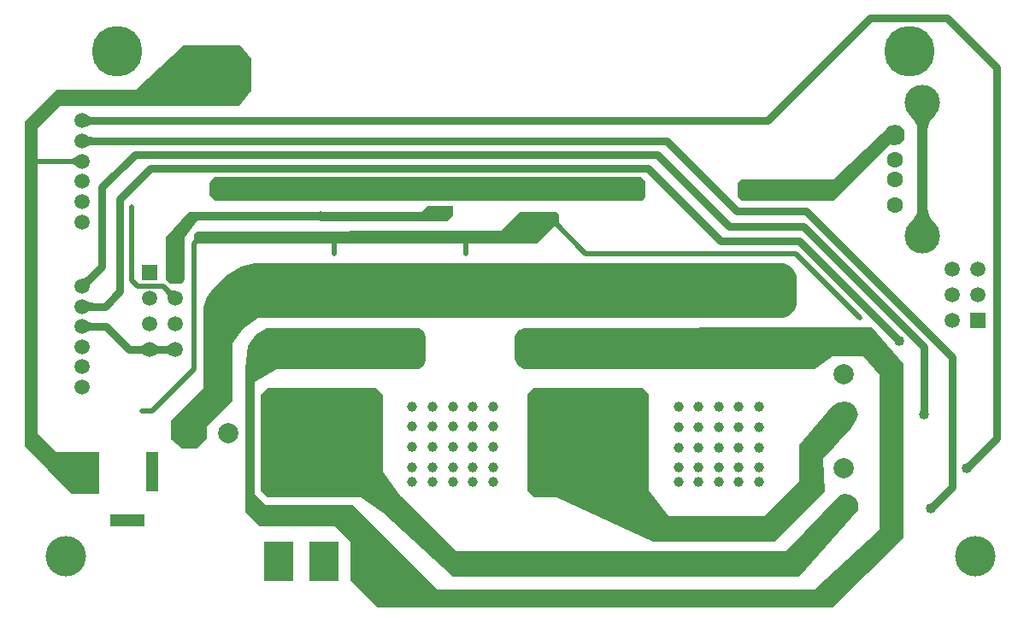
<source format=gbl>
G04 Layer_Physical_Order=2*
G04 Layer_Color=16711680*
%FSLAX25Y25*%
%MOIN*%
G70*
G01*
G75*
%ADD28C,0.02000*%
%ADD29C,0.03000*%
%ADD32C,0.03937*%
%ADD33C,0.13780*%
%ADD34C,0.06299*%
%ADD35C,0.07874*%
%ADD36R,0.04724X0.15354*%
%ADD37R,0.13780X0.04724*%
%ADD38C,0.05906*%
%ADD39R,0.05906X0.05906*%
%ADD40R,0.11811X0.15748*%
%ADD41C,0.15748*%
%ADD42C,0.19685*%
%ADD43C,0.02000*%
%ADD44C,0.02500*%
%ADD45C,0.04000*%
%ADD46C,0.04000*%
G36*
X-142395Y-13100D02*
X-142251Y-13196D01*
X-142085Y-13281D01*
X-141897Y-13355D01*
X-141688Y-13417D01*
X-141456Y-13468D01*
X-141203Y-13508D01*
X-140927Y-13536D01*
X-140311Y-13559D01*
Y-16559D01*
X-140630Y-16565D01*
X-141203Y-16610D01*
X-141456Y-16650D01*
X-141688Y-16701D01*
X-141897Y-16763D01*
X-142085Y-16837D01*
X-142251Y-16922D01*
X-142395Y-17018D01*
X-142517Y-17126D01*
Y-12992D01*
X-142395Y-13100D01*
D02*
G37*
G36*
X-146735Y-17126D02*
X-146857Y-17018D01*
X-147001Y-16922D01*
X-147167Y-16837D01*
X-147354Y-16763D01*
X-147564Y-16701D01*
X-147796Y-16650D01*
X-148049Y-16610D01*
X-148325Y-16582D01*
X-148941Y-16559D01*
Y-13559D01*
X-148622Y-13553D01*
X-148049Y-13508D01*
X-147796Y-13468D01*
X-147564Y-13417D01*
X-147354Y-13355D01*
X-147167Y-13281D01*
X-147001Y-13196D01*
X-146857Y-13100D01*
X-146735Y-12992D01*
Y-17126D01*
D02*
G37*
G36*
X-136735D02*
X-136857Y-17018D01*
X-137001Y-16922D01*
X-137167Y-16837D01*
X-137354Y-16763D01*
X-137564Y-16701D01*
X-137796Y-16650D01*
X-138049Y-16610D01*
X-138324Y-16582D01*
X-138941Y-16559D01*
Y-13559D01*
X-138622Y-13553D01*
X-138049Y-13508D01*
X-137796Y-13468D01*
X-137564Y-13417D01*
X-137354Y-13355D01*
X-137167Y-13281D01*
X-137001Y-13196D01*
X-136857Y-13100D01*
X-136735Y-12992D01*
Y-17126D01*
D02*
G37*
G36*
X-168769Y3833D02*
X-168625Y3737D01*
X-168459Y3652D01*
X-168272Y3578D01*
X-168062Y3516D01*
X-167830Y3465D01*
X-167577Y3425D01*
X-167301Y3397D01*
X-166685Y3374D01*
Y374D01*
X-167004Y368D01*
X-167577Y323D01*
X-167830Y283D01*
X-168062Y232D01*
X-168272Y170D01*
X-168459Y96D01*
X-168625Y11D01*
X-168769Y-85D01*
X-168891Y-193D01*
Y3941D01*
X-168769Y3833D01*
D02*
G37*
G36*
Y-4041D02*
X-168625Y-4137D01*
X-168459Y-4222D01*
X-168272Y-4296D01*
X-168062Y-4358D01*
X-167830Y-4409D01*
X-167577Y-4449D01*
X-167301Y-4477D01*
X-166685Y-4500D01*
Y-7500D01*
X-167004Y-7506D01*
X-167577Y-7551D01*
X-167830Y-7591D01*
X-168062Y-7642D01*
X-168272Y-7704D01*
X-168459Y-7778D01*
X-168625Y-7863D01*
X-168769Y-7959D01*
X-168891Y-8067D01*
Y-3933D01*
X-168769Y-4041D01*
D02*
G37*
G36*
X-53750Y-32500D02*
X-53750Y-62500D01*
X-46875Y-71875D01*
X-25000Y-93750D01*
X103750D01*
X124500Y-71500D01*
X126250Y-71250D01*
X128250Y-71500D01*
X130500Y-73000D01*
X131750Y-75000D01*
Y-76500D01*
Y-77750D01*
X108750Y-103750D01*
X-26250D01*
X-53750Y-78750D01*
X-62500Y-72500D01*
X-98750D01*
X-101250Y-70000D01*
Y-32500D01*
X-98750Y-30000D01*
X-56250D01*
X-53750Y-32500D01*
D02*
G37*
G36*
X149250Y-20500D02*
Y-88750D01*
X121750Y-115500D01*
X-55750D01*
X-63750Y-107500D01*
X-66250Y-105000D01*
Y-90000D01*
X-72250Y-84000D01*
X-101750D01*
X-107500Y-78250D01*
Y-22250D01*
X-106250Y-13750D01*
X-103250Y-9250D01*
X-99125Y-6625D01*
X-39750D01*
X-37750Y-8000D01*
X-37000Y-10000D01*
Y-19250D01*
X-37750Y-21250D01*
X-39750Y-22500D01*
X-95000D01*
X-103750Y-27500D01*
Y-71250D01*
X-99250Y-75750D01*
X-65250D01*
X-51000Y-90000D01*
X-32250Y-108750D01*
X114500D01*
X140000Y-85250D01*
Y-25000D01*
X133750Y-17500D01*
X121500D01*
X114500Y-22500D01*
X1250D01*
X-1000Y-21250D01*
X-2500Y-18750D01*
X-2500Y-10000D01*
X-1000Y-7750D01*
X1250Y-6750D01*
X137132Y-6335D01*
X149250Y-20500D01*
D02*
G37*
G36*
X50000Y-32500D02*
Y-70000D01*
X57500Y-79875D01*
X95125D01*
X108750Y-66250D01*
Y-52250D01*
X115906Y-43656D01*
X121781Y-37031D01*
X124000Y-35563D01*
X126250Y-35250D01*
X128437Y-35563D01*
X130000Y-36750D01*
X131125Y-38250D01*
X131500Y-40250D01*
X130844Y-42406D01*
X128970Y-45473D01*
X126613Y-48113D01*
X122250Y-53000D01*
X118116Y-57630D01*
X118500Y-70500D01*
X99000Y-90000D01*
X51500D01*
X14000Y-72500D01*
X5000D01*
X2500Y-70000D01*
Y-32500D01*
X5000Y-30000D01*
X47500D01*
X50000Y-32500D01*
D02*
G37*
G36*
X104611Y17861D02*
X106236Y16236D01*
X107500Y13750D01*
Y2500D01*
X106875Y625D01*
X105750Y-1000D01*
X104250Y-2000D01*
X102500Y-2500D01*
X-102500D01*
X-108500Y-7000D01*
X-112500Y-12500D01*
Y-35000D01*
X-122500Y-45000D01*
Y-50000D01*
X-126250Y-53750D01*
X-132000D01*
X-136000Y-50250D01*
X-136250Y-50000D01*
Y-42500D01*
X-123750Y-30000D01*
Y1250D01*
X-122500Y5250D01*
X-120000Y8750D01*
X-115000Y13750D01*
X-108875Y17375D01*
X-103750Y18625D01*
X102500D01*
X104611Y17861D01*
D02*
G37*
G36*
X-105000Y98500D02*
Y86000D01*
X-109750Y80000D01*
X-179750D01*
X-188500Y71250D01*
Y-47500D01*
X-181000Y-55000D01*
X-164250D01*
Y-71250D01*
X-175250D01*
X-193500Y-52500D01*
Y74000D01*
X-181000Y86500D01*
X-150000D01*
X-131250Y103750D01*
X-109250D01*
X-105000Y98500D01*
D02*
G37*
G36*
X-136934Y8678D02*
X-136721Y8511D01*
X-136498Y8363D01*
X-136266Y8236D01*
X-136023Y8129D01*
X-135769Y8042D01*
X-135506Y7975D01*
X-135233Y7928D01*
X-134949Y7901D01*
X-134655Y7894D01*
X-137579Y4970D01*
X-137586Y5264D01*
X-137613Y5548D01*
X-137660Y5821D01*
X-137727Y6084D01*
X-137814Y6338D01*
X-137921Y6581D01*
X-138049Y6813D01*
X-138196Y7036D01*
X-138363Y7249D01*
X-138550Y7451D01*
X-137136Y8865D01*
X-136934Y8678D01*
D02*
G37*
G36*
X-168769Y68333D02*
X-168625Y68237D01*
X-168459Y68152D01*
X-168272Y68078D01*
X-168062Y68016D01*
X-167830Y67965D01*
X-167577Y67925D01*
X-167301Y67897D01*
X-166685Y67874D01*
Y64874D01*
X-167004Y64868D01*
X-167577Y64823D01*
X-167830Y64783D01*
X-168062Y64732D01*
X-168272Y64670D01*
X-168459Y64596D01*
X-168625Y64511D01*
X-168769Y64415D01*
X-168891Y64307D01*
Y68441D01*
X-168769Y68333D01*
D02*
G37*
G36*
X-173109Y56433D02*
X-173321Y56636D01*
X-173541Y56817D01*
X-173768Y56977D01*
X-174001Y57116D01*
X-174242Y57233D01*
X-174489Y57329D01*
X-174744Y57404D01*
X-175006Y57457D01*
X-175274Y57489D01*
X-175550Y57500D01*
Y59500D01*
X-175274Y59511D01*
X-175006Y59543D01*
X-174744Y59596D01*
X-174489Y59671D01*
X-174242Y59767D01*
X-174001Y59884D01*
X-173768Y60023D01*
X-173541Y60183D01*
X-173321Y60364D01*
X-173109Y60567D01*
Y56433D01*
D02*
G37*
G36*
X147500Y72500D02*
X148750Y71750D01*
X149500Y70500D01*
X149750Y68750D01*
X149500Y67000D01*
X148750Y65750D01*
X147500Y65000D01*
X145750Y64750D01*
X144000Y65000D01*
X122000Y43000D01*
X86250D01*
X84750Y44500D01*
Y50000D01*
X86250Y51500D01*
X122000D01*
X140750Y69000D01*
X142250Y70500D01*
X143000Y71750D01*
X144250Y72500D01*
X146000Y72750D01*
X147500Y72500D01*
D02*
G37*
G36*
X-168769Y76207D02*
X-168625Y76111D01*
X-168459Y76026D01*
X-168272Y75952D01*
X-168062Y75890D01*
X-167830Y75839D01*
X-167577Y75799D01*
X-167301Y75771D01*
X-166685Y75748D01*
Y72748D01*
X-167004Y72742D01*
X-167577Y72697D01*
X-167830Y72657D01*
X-168062Y72606D01*
X-168272Y72544D01*
X-168459Y72470D01*
X-168625Y72385D01*
X-168769Y72289D01*
X-168891Y72181D01*
Y76315D01*
X-168769Y76207D01*
D02*
G37*
G36*
X161037Y75774D02*
X160557Y75212D01*
X160133Y74645D01*
X159766Y74072D01*
X159456Y73495D01*
X159202Y72911D01*
X159004Y72322D01*
X158863Y71728D01*
X158778Y71128D01*
X158750Y70523D01*
X154750D01*
X154722Y71128D01*
X154637Y71728D01*
X154496Y72322D01*
X154298Y72911D01*
X154044Y73495D01*
X153734Y74072D01*
X153367Y74645D01*
X152943Y75212D01*
X152463Y75774D01*
X151927Y76330D01*
X161573D01*
X161037Y75774D01*
D02*
G37*
G36*
X15000Y37750D02*
Y35000D01*
X6250Y26250D01*
X-126250D01*
X-127000Y26750D01*
X-127500Y27500D01*
Y29750D01*
X-127000Y30500D01*
X-126250Y31000D01*
X-7750Y31250D01*
X-250Y38750D01*
X14000D01*
X15000Y37750D01*
D02*
G37*
G36*
X-166888Y11739D02*
X-167110Y11509D01*
X-167483Y11072D01*
X-167634Y10864D01*
X-167762Y10665D01*
X-167866Y10472D01*
X-167946Y10287D01*
X-168004Y10110D01*
X-168037Y9940D01*
X-168047Y9778D01*
X-170970Y12701D01*
X-170808Y12711D01*
X-170638Y12744D01*
X-170461Y12802D01*
X-170276Y12882D01*
X-170083Y12987D01*
X-169884Y13114D01*
X-169676Y13265D01*
X-169461Y13440D01*
X-169009Y13860D01*
X-166888Y11739D01*
D02*
G37*
G36*
X158778Y39600D02*
X158863Y39000D01*
X159004Y38406D01*
X159202Y37817D01*
X159456Y37234D01*
X159766Y36656D01*
X160133Y36083D01*
X160557Y35516D01*
X161037Y34955D01*
X161573Y34399D01*
X151927D01*
X152463Y34955D01*
X152943Y35516D01*
X153367Y36083D01*
X153734Y36656D01*
X154044Y37234D01*
X154298Y37817D01*
X154496Y38406D01*
X154637Y39000D01*
X154722Y39600D01*
X154750Y40205D01*
X158750D01*
X158778Y39600D01*
D02*
G37*
G36*
X48000Y51500D02*
X48750Y50250D01*
Y44750D01*
X48250Y43750D01*
X47250Y43000D01*
X-119000D01*
X-120500Y44000D01*
X-121500Y45500D01*
Y49750D01*
X-120500Y51250D01*
X-119000Y52250D01*
X46750D01*
X48000Y51500D01*
D02*
G37*
G36*
X-26250Y37500D02*
X-28750Y35000D01*
X-126125Y35375D01*
X-131000Y28750D01*
Y12500D01*
X-131250Y11250D01*
X-132375Y10625D01*
X-136625D01*
X-137750Y11250D01*
X-138250Y12500D01*
Y28750D01*
X-129500Y38750D01*
X-38750D01*
X-36500Y41000D01*
X-26250D01*
Y37500D01*
D02*
G37*
D28*
X12500Y35250D02*
X25250Y22500D01*
X31750D01*
X-151750Y12000D02*
Y40750D01*
Y12000D02*
X-149500Y9750D01*
X-139435D01*
X-134626Y4941D01*
X-72750Y22500D02*
Y28750D01*
X-21500Y22500D02*
Y28750D01*
X107250Y22500D02*
X132250Y-2500D01*
X-191000Y58500D02*
X-171000D01*
X82250Y22500D02*
X107250D01*
X31750D02*
X82250D01*
X-127250Y26500D02*
X-126000Y27750D01*
X-127250Y-22500D02*
Y26500D01*
X-147750Y-39000D02*
X-143750D01*
X-127250Y-22500D01*
D29*
X-144626Y-15059D02*
X-134626D01*
X-171000Y-6000D02*
X-161750D01*
X-152691Y-15059D01*
X-144626D01*
X-171000Y74248D02*
X96248D01*
X136250Y114250D01*
X166250D01*
X185500Y95000D01*
Y-49750D02*
Y95000D01*
X174000Y-61250D02*
X185500Y-49750D01*
X84250Y39000D02*
X111250D01*
X56876Y66374D02*
X84250Y39000D01*
X-171000Y66374D02*
X56876D01*
X-171000Y1874D02*
X-162126D01*
X-156250Y7750D01*
Y43750D01*
X-144250Y55750D01*
X49750D01*
X78000Y27500D01*
X108500D01*
X147750Y-11750D01*
X-171000Y9748D02*
X-163250Y17498D01*
Y48250D01*
X-150500Y61000D01*
X53250D01*
X81250Y33000D01*
X159949Y-76801D02*
X168250Y-68500D01*
X111250Y39000D02*
X168250Y-18000D01*
Y-68500D02*
Y-18000D01*
X81250Y33000D02*
X110250D01*
X157301Y-40301D02*
Y-14051D01*
X110250Y33000D02*
X157301Y-14051D01*
D32*
X10752Y-66707D02*
D03*
X18626D02*
D03*
X26500D02*
D03*
X34374D02*
D03*
X42248D02*
D03*
X10752Y-37376D02*
D03*
X18626D02*
D03*
X26500D02*
D03*
X34374D02*
D03*
X42248D02*
D03*
Y-45250D02*
D03*
X34374D02*
D03*
X26500D02*
D03*
X18626D02*
D03*
X10752D02*
D03*
X42248Y-53124D02*
D03*
X34374D02*
D03*
X26500D02*
D03*
X18626D02*
D03*
X10752D02*
D03*
X42248Y-60998D02*
D03*
X34374D02*
D03*
X26500D02*
D03*
X18626D02*
D03*
X10752D02*
D03*
X61502Y-66707D02*
D03*
X69376D02*
D03*
X77250D02*
D03*
X85124D02*
D03*
X92998D02*
D03*
X61502Y-37376D02*
D03*
X69376D02*
D03*
X77250D02*
D03*
X85124D02*
D03*
X92998D02*
D03*
Y-45250D02*
D03*
X85124D02*
D03*
X77250D02*
D03*
X69376D02*
D03*
X61502D02*
D03*
X92998Y-53124D02*
D03*
X85124D02*
D03*
X77250D02*
D03*
X69376D02*
D03*
X61502D02*
D03*
X92998Y-60998D02*
D03*
X85124D02*
D03*
X77250D02*
D03*
X69376D02*
D03*
X61502D02*
D03*
X-93498Y-66457D02*
D03*
X-85624D02*
D03*
X-77750D02*
D03*
X-69876D02*
D03*
X-62002D02*
D03*
X-93498Y-37126D02*
D03*
X-85624D02*
D03*
X-77750D02*
D03*
X-69876D02*
D03*
X-62002D02*
D03*
Y-45000D02*
D03*
X-69876D02*
D03*
X-77750D02*
D03*
X-85624D02*
D03*
X-93498D02*
D03*
X-62002Y-52874D02*
D03*
X-69876D02*
D03*
X-77750D02*
D03*
X-85624D02*
D03*
X-93498D02*
D03*
X-62002Y-60748D02*
D03*
X-69876D02*
D03*
X-77750D02*
D03*
X-85624D02*
D03*
X-93498D02*
D03*
X-42248Y-66506D02*
D03*
X-34374D02*
D03*
X-26500D02*
D03*
X-18626D02*
D03*
X-10752D02*
D03*
X-42248Y-37175D02*
D03*
X-34374D02*
D03*
X-26500D02*
D03*
X-18626D02*
D03*
X-10752D02*
D03*
Y-45049D02*
D03*
X-18626D02*
D03*
X-26500D02*
D03*
X-34374D02*
D03*
X-42248D02*
D03*
X-10752Y-52923D02*
D03*
X-18626D02*
D03*
X-26500D02*
D03*
X-34374D02*
D03*
X-42248D02*
D03*
X-10752Y-60797D02*
D03*
X-18626D02*
D03*
X-26500D02*
D03*
X-34374D02*
D03*
X-42248D02*
D03*
D33*
X156750Y81250D02*
D03*
Y29478D02*
D03*
D34*
X145923Y69045D02*
D03*
Y59203D02*
D03*
Y51329D02*
D03*
Y41486D02*
D03*
D35*
X-129500Y-47500D02*
D03*
X-113949D02*
D03*
X126000Y-40301D02*
D03*
Y-24750D02*
D03*
Y-76801D02*
D03*
Y-61250D02*
D03*
D36*
X-143628Y-62750D02*
D03*
X-167250D02*
D03*
D37*
X-153471Y-81648D02*
D03*
D38*
X-134626Y-15059D02*
D03*
X-144626D02*
D03*
X-134626Y-5059D02*
D03*
X-144626D02*
D03*
X-134626Y4941D02*
D03*
X-144626D02*
D03*
X-134626Y14941D02*
D03*
X168339Y16230D02*
D03*
X178339D02*
D03*
X168339Y6230D02*
D03*
X178339D02*
D03*
X168339Y-3770D02*
D03*
X-171000Y-29622D02*
D03*
Y-21748D02*
D03*
Y-13874D02*
D03*
Y-6000D02*
D03*
Y1874D02*
D03*
Y9748D02*
D03*
Y34878D02*
D03*
Y42752D02*
D03*
Y50626D02*
D03*
Y58500D02*
D03*
Y66374D02*
D03*
Y74248D02*
D03*
D39*
X-144626Y14941D02*
D03*
X178339Y-3770D02*
D03*
D40*
X-94500Y-97750D02*
D03*
X-59067D02*
D03*
X-76784D02*
D03*
D41*
X177252Y-95748D02*
D03*
X-177252D02*
D03*
D42*
X151748Y101252D02*
D03*
X-157248D02*
D03*
D43*
X-97250Y-8750D02*
D03*
Y-11750D02*
D03*
Y-14750D02*
D03*
Y-18000D02*
D03*
Y-21500D02*
D03*
X-100250Y-22500D02*
D03*
Y-19000D02*
D03*
Y-15750D02*
D03*
Y-12750D02*
D03*
Y-9750D02*
D03*
X-45500Y-21000D02*
D03*
Y-17500D02*
D03*
Y-14250D02*
D03*
Y-11250D02*
D03*
Y-8250D02*
D03*
X-48500Y-21000D02*
D03*
Y-17500D02*
D03*
Y-14250D02*
D03*
Y-11250D02*
D03*
Y-8250D02*
D03*
X7250Y-8500D02*
D03*
Y-11250D02*
D03*
Y-14250D02*
D03*
Y-17250D02*
D03*
Y-20250D02*
D03*
X4250D02*
D03*
Y-17250D02*
D03*
Y-14250D02*
D03*
Y-11250D02*
D03*
Y-8500D02*
D03*
X58250Y-20250D02*
D03*
Y-17250D02*
D03*
Y-14250D02*
D03*
Y-11250D02*
D03*
Y-8500D02*
D03*
X55250Y-20250D02*
D03*
Y-17250D02*
D03*
Y-14250D02*
D03*
Y-11250D02*
D03*
Y-8500D02*
D03*
X-56500Y-500D02*
D03*
X-53250D02*
D03*
X-50000D02*
D03*
X-46500D02*
D03*
X-48250Y1750D02*
D03*
X-51500D02*
D03*
X-54750D02*
D03*
X-2500D02*
D03*
X750D02*
D03*
X4000D02*
D03*
X5750Y-500D02*
D03*
X2250D02*
D03*
X-1000D02*
D03*
X-4250D02*
D03*
X49750Y1500D02*
D03*
X53000D02*
D03*
X56250D02*
D03*
X58000Y-750D02*
D03*
X54500D02*
D03*
X51250D02*
D03*
X48000D02*
D03*
X97750Y1250D02*
D03*
X101000D02*
D03*
X99250Y3500D02*
D03*
X102500Y-1000D02*
D03*
X99250D02*
D03*
X96000D02*
D03*
X-128000Y99500D02*
D03*
X-124500D02*
D03*
X-121250D02*
D03*
X-117750D02*
D03*
X-114000D02*
D03*
X-118250Y50250D02*
D03*
X-114750D02*
D03*
X-110750D02*
D03*
X-118250Y47000D02*
D03*
X-114750D02*
D03*
X-110750D02*
D03*
X-107250Y50250D02*
D03*
Y47000D02*
D03*
X46750Y45250D02*
D03*
Y48500D02*
D03*
X43250Y45250D02*
D03*
X39250D02*
D03*
X35750D02*
D03*
X43250Y48500D02*
D03*
X39250D02*
D03*
X35750D02*
D03*
X1000Y35250D02*
D03*
X5000D02*
D03*
X8750D02*
D03*
X12500D02*
D03*
X86500Y49500D02*
D03*
Y45250D02*
D03*
X-35000Y39750D02*
D03*
X-31750D02*
D03*
X-28500D02*
D03*
X-126000Y27750D02*
D03*
Y29750D02*
D03*
X-72750Y22500D02*
D03*
X-21500D02*
D03*
X31750D02*
D03*
X-151750Y40750D02*
D03*
X132250Y-2500D02*
D03*
X82250Y22500D02*
D03*
X-147750Y-39000D02*
D03*
D44*
X-99492Y14758D02*
D03*
X-48250Y14500D02*
D03*
X3258Y14508D02*
D03*
X55254Y14504D02*
D03*
D45*
X-78057Y37057D02*
D03*
X174000Y-61250D02*
D03*
X159949Y-76801D02*
D03*
X147750Y-11750D02*
D03*
X157301Y-40301D02*
D03*
D46*
X156750Y29478D02*
Y81250D01*
M02*

</source>
